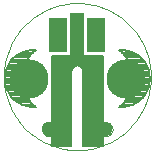
<source format=gts>
G75*
%MOIN*%
%OFA0B0*%
%FSLAX24Y24*%
%IPPOS*%
%LPD*%
%AMOC8*
5,1,8,0,0,1.08239X$1,22.5*
%
%ADD10C,0.0000*%
%ADD11C,0.0512*%
%ADD12C,0.0010*%
%ADD13C,0.1306*%
%ADD14C,0.0080*%
%ADD15R,0.0640X0.1142*%
%ADD16R,0.0500X0.1500*%
%ADD17C,0.0050*%
D10*
X001396Y001875D02*
X001398Y001905D01*
X001404Y001935D01*
X001413Y001964D01*
X001426Y001991D01*
X001443Y002016D01*
X001462Y002039D01*
X001485Y002060D01*
X001510Y002077D01*
X001536Y002091D01*
X001565Y002101D01*
X001594Y002108D01*
X001624Y002111D01*
X001655Y002110D01*
X001685Y002105D01*
X001714Y002096D01*
X001741Y002084D01*
X001767Y002069D01*
X001791Y002050D01*
X001812Y002028D01*
X001830Y002004D01*
X001845Y001977D01*
X001856Y001949D01*
X001864Y001920D01*
X001868Y001890D01*
X001868Y001860D01*
X001864Y001830D01*
X001856Y001801D01*
X001845Y001773D01*
X001830Y001746D01*
X001812Y001722D01*
X001791Y001700D01*
X001767Y001681D01*
X001741Y001666D01*
X001714Y001654D01*
X001685Y001645D01*
X001655Y001640D01*
X001624Y001639D01*
X001594Y001642D01*
X001565Y001649D01*
X001536Y001659D01*
X001510Y001673D01*
X001485Y001690D01*
X001462Y001711D01*
X001443Y001734D01*
X001426Y001759D01*
X001413Y001786D01*
X001404Y001815D01*
X001398Y001845D01*
X001396Y001875D01*
X003271Y001875D02*
X003273Y001905D01*
X003279Y001935D01*
X003288Y001964D01*
X003301Y001991D01*
X003318Y002016D01*
X003337Y002039D01*
X003360Y002060D01*
X003385Y002077D01*
X003411Y002091D01*
X003440Y002101D01*
X003469Y002108D01*
X003499Y002111D01*
X003530Y002110D01*
X003560Y002105D01*
X003589Y002096D01*
X003616Y002084D01*
X003642Y002069D01*
X003666Y002050D01*
X003687Y002028D01*
X003705Y002004D01*
X003720Y001977D01*
X003731Y001949D01*
X003739Y001920D01*
X003743Y001890D01*
X003743Y001860D01*
X003739Y001830D01*
X003731Y001801D01*
X003720Y001773D01*
X003705Y001746D01*
X003687Y001722D01*
X003666Y001700D01*
X003642Y001681D01*
X003616Y001666D01*
X003589Y001654D01*
X003560Y001645D01*
X003530Y001640D01*
X003499Y001639D01*
X003469Y001642D01*
X003440Y001649D01*
X003411Y001659D01*
X003385Y001673D01*
X003360Y001690D01*
X003337Y001711D01*
X003318Y001734D01*
X003301Y001759D01*
X003288Y001786D01*
X003279Y001815D01*
X003273Y001845D01*
X003271Y001875D01*
D11*
X001632Y001875D03*
X003507Y001875D03*
D12*
X000119Y003625D02*
X000121Y003724D01*
X000127Y003822D01*
X000137Y003920D01*
X000151Y004018D01*
X000169Y004115D01*
X000190Y004211D01*
X000216Y004307D01*
X000245Y004401D01*
X000278Y004494D01*
X000315Y004585D01*
X000356Y004675D01*
X000400Y004764D01*
X000447Y004850D01*
X000498Y004934D01*
X000553Y005017D01*
X000610Y005097D01*
X000671Y005174D01*
X000735Y005250D01*
X000802Y005322D01*
X000872Y005392D01*
X000944Y005459D01*
X001020Y005523D01*
X001097Y005584D01*
X001177Y005641D01*
X001260Y005696D01*
X001344Y005747D01*
X001430Y005794D01*
X001519Y005838D01*
X001609Y005879D01*
X001700Y005916D01*
X001793Y005949D01*
X001887Y005978D01*
X001983Y006004D01*
X002079Y006025D01*
X002176Y006043D01*
X002274Y006057D01*
X002372Y006067D01*
X002470Y006073D01*
X002569Y006075D01*
X002668Y006073D01*
X002766Y006067D01*
X002864Y006057D01*
X002962Y006043D01*
X003059Y006025D01*
X003155Y006004D01*
X003251Y005978D01*
X003345Y005949D01*
X003438Y005916D01*
X003529Y005879D01*
X003619Y005838D01*
X003708Y005794D01*
X003794Y005747D01*
X003878Y005696D01*
X003961Y005641D01*
X004041Y005584D01*
X004118Y005523D01*
X004194Y005459D01*
X004266Y005392D01*
X004336Y005322D01*
X004403Y005250D01*
X004467Y005174D01*
X004528Y005097D01*
X004585Y005017D01*
X004640Y004934D01*
X004691Y004850D01*
X004738Y004764D01*
X004782Y004675D01*
X004823Y004585D01*
X004860Y004494D01*
X004893Y004401D01*
X004922Y004307D01*
X004948Y004211D01*
X004969Y004115D01*
X004987Y004018D01*
X005001Y003920D01*
X005011Y003822D01*
X005017Y003724D01*
X005019Y003625D01*
X005017Y003526D01*
X005011Y003428D01*
X005001Y003330D01*
X004987Y003232D01*
X004969Y003135D01*
X004948Y003039D01*
X004922Y002943D01*
X004893Y002849D01*
X004860Y002756D01*
X004823Y002665D01*
X004782Y002575D01*
X004738Y002486D01*
X004691Y002400D01*
X004640Y002316D01*
X004585Y002233D01*
X004528Y002153D01*
X004467Y002076D01*
X004403Y002000D01*
X004336Y001928D01*
X004266Y001858D01*
X004194Y001791D01*
X004118Y001727D01*
X004041Y001666D01*
X003961Y001609D01*
X003878Y001554D01*
X003794Y001503D01*
X003708Y001456D01*
X003619Y001412D01*
X003529Y001371D01*
X003438Y001334D01*
X003345Y001301D01*
X003251Y001272D01*
X003155Y001246D01*
X003059Y001225D01*
X002962Y001207D01*
X002864Y001193D01*
X002766Y001183D01*
X002668Y001177D01*
X002569Y001175D01*
X002470Y001177D01*
X002372Y001183D01*
X002274Y001193D01*
X002176Y001207D01*
X002079Y001225D01*
X001983Y001246D01*
X001887Y001272D01*
X001793Y001301D01*
X001700Y001334D01*
X001609Y001371D01*
X001519Y001412D01*
X001430Y001456D01*
X001344Y001503D01*
X001260Y001554D01*
X001177Y001609D01*
X001097Y001666D01*
X001020Y001727D01*
X000944Y001791D01*
X000872Y001858D01*
X000802Y001928D01*
X000735Y002000D01*
X000671Y002076D01*
X000610Y002153D01*
X000553Y002233D01*
X000498Y002316D01*
X000447Y002400D01*
X000400Y002486D01*
X000356Y002575D01*
X000315Y002665D01*
X000278Y002756D01*
X000245Y002849D01*
X000216Y002943D01*
X000190Y003039D01*
X000169Y003135D01*
X000151Y003232D01*
X000137Y003330D01*
X000127Y003428D01*
X000121Y003526D01*
X000119Y003625D01*
D13*
X000944Y003562D03*
X004194Y003562D03*
D14*
X004428Y003558D02*
X004982Y003558D01*
X004982Y003562D02*
X004974Y003705D01*
X004944Y003845D01*
X004893Y003978D01*
X004822Y004102D01*
X004733Y004214D01*
X004628Y004311D01*
X004509Y004391D01*
X004380Y004451D01*
X004243Y004492D01*
X004101Y004510D01*
X003958Y004507D01*
X004085Y004397D01*
X004196Y004270D01*
X004287Y004128D01*
X004356Y003975D01*
X004404Y003813D01*
X004428Y003646D01*
X004428Y003478D01*
X004404Y003311D01*
X004356Y003150D01*
X004287Y002997D01*
X004196Y002855D01*
X004085Y002728D01*
X003958Y002617D01*
X004101Y002614D01*
X004243Y002633D01*
X004380Y002673D01*
X004509Y002734D01*
X004628Y002814D01*
X004733Y002911D01*
X004822Y003022D01*
X004893Y003146D01*
X004944Y003280D01*
X004974Y003420D01*
X004982Y003562D01*
X004977Y003480D02*
X004428Y003480D01*
X004417Y003401D02*
X004970Y003401D01*
X004953Y003323D02*
X004405Y003323D01*
X004384Y003244D02*
X004930Y003244D01*
X004900Y003166D02*
X004361Y003166D01*
X004328Y003087D02*
X004859Y003087D01*
X004811Y003009D02*
X004292Y003009D01*
X004244Y002930D02*
X004749Y002930D01*
X004669Y002852D02*
X004193Y002852D01*
X004125Y002773D02*
X004568Y002773D01*
X004426Y002695D02*
X004047Y002695D01*
X004009Y002616D02*
X004116Y002616D01*
X004428Y003637D02*
X004978Y003637D01*
X004971Y003715D02*
X004418Y003715D01*
X004407Y003794D02*
X004955Y003794D01*
X004933Y003872D02*
X004386Y003872D01*
X004363Y003951D02*
X004903Y003951D01*
X004863Y004029D02*
X004331Y004029D01*
X004296Y004108D02*
X004817Y004108D01*
X004755Y004186D02*
X004249Y004186D01*
X004199Y004265D02*
X004678Y004265D01*
X004580Y004343D02*
X004132Y004343D01*
X004057Y004422D02*
X004443Y004422D01*
X004177Y004500D02*
X003966Y004500D01*
X001181Y004507D02*
X001054Y004397D01*
X000943Y004270D01*
X000852Y004128D01*
X000783Y003975D01*
X000735Y003813D01*
X000711Y003646D01*
X000711Y003478D01*
X000735Y003311D01*
X000783Y003150D01*
X000852Y002997D01*
X000943Y002855D01*
X001054Y002728D01*
X001181Y002617D01*
X001038Y002614D01*
X000896Y002633D01*
X000759Y002673D01*
X000630Y002734D01*
X000511Y002814D01*
X000406Y002911D01*
X000317Y003022D01*
X000246Y003146D01*
X000195Y003280D01*
X000165Y003420D01*
X000157Y003562D01*
X000165Y003705D01*
X000195Y003845D01*
X000246Y003978D01*
X000317Y004102D01*
X000406Y004214D01*
X000511Y004311D01*
X000630Y004391D01*
X000759Y004451D01*
X000896Y004492D01*
X001038Y004510D01*
X001181Y004507D01*
X001173Y004500D02*
X000962Y004500D01*
X001082Y004422D02*
X000696Y004422D01*
X000559Y004343D02*
X001007Y004343D01*
X000940Y004265D02*
X000461Y004265D01*
X000384Y004186D02*
X000890Y004186D01*
X000843Y004108D02*
X000322Y004108D01*
X000276Y004029D02*
X000808Y004029D01*
X000776Y003951D02*
X000236Y003951D01*
X000206Y003872D02*
X000753Y003872D01*
X000732Y003794D02*
X000184Y003794D01*
X000168Y003715D02*
X000721Y003715D01*
X000711Y003637D02*
X000161Y003637D01*
X000157Y003558D02*
X000711Y003558D01*
X000711Y003480D02*
X000162Y003480D01*
X000169Y003401D02*
X000722Y003401D01*
X000734Y003323D02*
X000186Y003323D01*
X000209Y003244D02*
X000755Y003244D01*
X000778Y003166D02*
X000239Y003166D01*
X000280Y003087D02*
X000811Y003087D01*
X000847Y003009D02*
X000328Y003009D01*
X000390Y002930D02*
X000895Y002930D01*
X000946Y002852D02*
X000470Y002852D01*
X000571Y002773D02*
X001014Y002773D01*
X001092Y002695D02*
X000713Y002695D01*
X001023Y002616D02*
X001130Y002616D01*
D15*
X001939Y005000D03*
X003199Y005000D03*
D16*
X002569Y005000D03*
D17*
X002732Y005005D02*
X002394Y005005D01*
X002394Y005053D02*
X002733Y005053D01*
X002734Y005102D02*
X002394Y005102D01*
X002394Y005150D02*
X002735Y005150D01*
X002736Y005199D02*
X002394Y005199D01*
X002394Y005247D02*
X002737Y005247D01*
X002738Y005296D02*
X002394Y005296D01*
X002394Y005344D02*
X002738Y005344D01*
X002739Y005393D02*
X002394Y005393D01*
X002394Y005441D02*
X002740Y005441D01*
X002741Y005490D02*
X002394Y005490D01*
X002394Y005538D02*
X002742Y005538D01*
X002743Y005587D02*
X002394Y005587D01*
X002394Y005635D02*
X002744Y005635D01*
X002744Y005675D02*
X002719Y004300D01*
X003419Y004300D01*
X003419Y001300D01*
X002769Y001300D01*
X002769Y003800D01*
X002764Y003844D01*
X002750Y003887D01*
X002726Y003925D01*
X002694Y003956D01*
X002656Y003980D01*
X002614Y003995D01*
X002569Y004000D01*
X002525Y003995D01*
X002483Y003980D01*
X002445Y003956D01*
X002413Y003925D01*
X002389Y003887D01*
X002375Y003844D01*
X002369Y003800D01*
X002369Y001300D01*
X001719Y001300D01*
X001719Y004300D01*
X002394Y004300D01*
X002394Y005675D01*
X002744Y005675D01*
X002731Y004956D02*
X002394Y004956D01*
X002394Y004908D02*
X002731Y004908D01*
X002730Y004859D02*
X002394Y004859D01*
X002394Y004811D02*
X002729Y004811D01*
X002728Y004762D02*
X002394Y004762D01*
X002394Y004714D02*
X002727Y004714D01*
X002726Y004665D02*
X002394Y004665D01*
X002394Y004617D02*
X002725Y004617D01*
X002724Y004568D02*
X002394Y004568D01*
X002394Y004520D02*
X002723Y004520D01*
X002723Y004471D02*
X002394Y004471D01*
X002394Y004423D02*
X002722Y004423D01*
X002721Y004374D02*
X002394Y004374D01*
X002394Y004326D02*
X002720Y004326D01*
X002638Y003986D02*
X003419Y003986D01*
X003419Y003938D02*
X002713Y003938D01*
X002748Y003889D02*
X003419Y003889D01*
X003419Y003841D02*
X002765Y003841D01*
X002769Y003792D02*
X003419Y003792D01*
X003419Y003744D02*
X002769Y003744D01*
X002769Y003695D02*
X003419Y003695D01*
X003419Y003647D02*
X002769Y003647D01*
X002769Y003598D02*
X003419Y003598D01*
X003419Y003550D02*
X002769Y003550D01*
X002769Y003501D02*
X003419Y003501D01*
X003419Y003453D02*
X002769Y003453D01*
X002769Y003404D02*
X003419Y003404D01*
X003419Y003356D02*
X002769Y003356D01*
X002769Y003307D02*
X003419Y003307D01*
X003419Y003259D02*
X002769Y003259D01*
X002769Y003210D02*
X003419Y003210D01*
X003419Y003162D02*
X002769Y003162D01*
X002769Y003113D02*
X003419Y003113D01*
X003419Y003065D02*
X002769Y003065D01*
X002769Y003016D02*
X003419Y003016D01*
X003419Y002968D02*
X002769Y002968D01*
X002769Y002919D02*
X003419Y002919D01*
X003419Y002871D02*
X002769Y002871D01*
X002769Y002822D02*
X003419Y002822D01*
X003419Y002774D02*
X002769Y002774D01*
X002769Y002725D02*
X003419Y002725D01*
X003419Y002677D02*
X002769Y002677D01*
X002769Y002628D02*
X003419Y002628D01*
X003419Y002580D02*
X002769Y002580D01*
X002769Y002531D02*
X003419Y002531D01*
X003419Y002483D02*
X002769Y002483D01*
X002769Y002434D02*
X003419Y002434D01*
X003419Y002386D02*
X002769Y002386D01*
X002769Y002337D02*
X003419Y002337D01*
X003419Y002289D02*
X002769Y002289D01*
X002769Y002240D02*
X003419Y002240D01*
X003419Y002192D02*
X002769Y002192D01*
X002769Y002143D02*
X003419Y002143D01*
X003419Y002095D02*
X002769Y002095D01*
X002769Y002046D02*
X003419Y002046D01*
X003419Y001998D02*
X002769Y001998D01*
X002769Y001949D02*
X003419Y001949D01*
X003419Y001901D02*
X002769Y001901D01*
X002769Y001852D02*
X003419Y001852D01*
X003419Y001804D02*
X002769Y001804D01*
X002769Y001755D02*
X003419Y001755D01*
X003419Y001707D02*
X002769Y001707D01*
X002769Y001658D02*
X003419Y001658D01*
X003419Y001610D02*
X002769Y001610D01*
X002769Y001561D02*
X003419Y001561D01*
X003419Y001513D02*
X002769Y001513D01*
X002769Y001464D02*
X003419Y001464D01*
X003419Y001416D02*
X002769Y001416D01*
X002769Y001367D02*
X003419Y001367D01*
X003419Y001319D02*
X002769Y001319D01*
X002369Y001319D02*
X001719Y001319D01*
X001719Y001367D02*
X002369Y001367D01*
X002369Y001416D02*
X001719Y001416D01*
X001719Y001464D02*
X002369Y001464D01*
X002369Y001513D02*
X001719Y001513D01*
X001719Y001561D02*
X002369Y001561D01*
X002369Y001610D02*
X001719Y001610D01*
X001719Y001658D02*
X002369Y001658D01*
X002369Y001707D02*
X001719Y001707D01*
X001719Y001755D02*
X002369Y001755D01*
X002369Y001804D02*
X001719Y001804D01*
X001719Y001852D02*
X002369Y001852D01*
X002369Y001901D02*
X001719Y001901D01*
X001719Y001949D02*
X002369Y001949D01*
X002369Y001998D02*
X001719Y001998D01*
X001719Y002046D02*
X002369Y002046D01*
X002369Y002095D02*
X001719Y002095D01*
X001719Y002143D02*
X002369Y002143D01*
X002369Y002192D02*
X001719Y002192D01*
X001719Y002240D02*
X002369Y002240D01*
X002369Y002289D02*
X001719Y002289D01*
X001719Y002337D02*
X002369Y002337D01*
X002369Y002386D02*
X001719Y002386D01*
X001719Y002434D02*
X002369Y002434D01*
X002369Y002483D02*
X001719Y002483D01*
X001719Y002531D02*
X002369Y002531D01*
X002369Y002580D02*
X001719Y002580D01*
X001719Y002628D02*
X002369Y002628D01*
X002369Y002677D02*
X001719Y002677D01*
X001719Y002725D02*
X002369Y002725D01*
X002369Y002774D02*
X001719Y002774D01*
X001719Y002822D02*
X002369Y002822D01*
X002369Y002871D02*
X001719Y002871D01*
X001719Y002919D02*
X002369Y002919D01*
X002369Y002968D02*
X001719Y002968D01*
X001719Y003016D02*
X002369Y003016D01*
X002369Y003065D02*
X001719Y003065D01*
X001719Y003113D02*
X002369Y003113D01*
X002369Y003162D02*
X001719Y003162D01*
X001719Y003210D02*
X002369Y003210D01*
X002369Y003259D02*
X001719Y003259D01*
X001719Y003307D02*
X002369Y003307D01*
X002369Y003356D02*
X001719Y003356D01*
X001719Y003404D02*
X002369Y003404D01*
X002369Y003453D02*
X001719Y003453D01*
X001719Y003501D02*
X002369Y003501D01*
X002369Y003550D02*
X001719Y003550D01*
X001719Y003598D02*
X002369Y003598D01*
X002369Y003647D02*
X001719Y003647D01*
X001719Y003695D02*
X002369Y003695D01*
X002369Y003744D02*
X001719Y003744D01*
X001719Y003792D02*
X002369Y003792D01*
X002374Y003841D02*
X001719Y003841D01*
X001719Y003889D02*
X002391Y003889D01*
X002426Y003938D02*
X001719Y003938D01*
X001719Y003986D02*
X002501Y003986D01*
X001719Y004035D02*
X003419Y004035D01*
X003419Y004083D02*
X001719Y004083D01*
X001719Y004132D02*
X003419Y004132D01*
X003419Y004180D02*
X001719Y004180D01*
X001719Y004229D02*
X003419Y004229D01*
X003419Y004277D02*
X001719Y004277D01*
M02*

</source>
